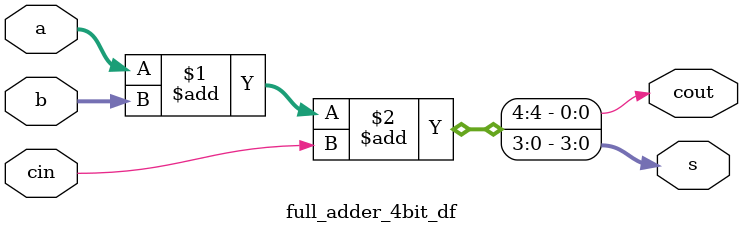
<source format=v>

/**************************************************
 P1.1 4-bit FULL ADDER DATAFLOW
 ************************************************/

 module full_adder_4bit_df(s,cout,a,b,cin); 
 	input [3:0]a, b;
 	input cin;
 	output [3:0]s;
 	output cout;

 	assign {cout,s} = a + b + cin;


 endmodule
</source>
